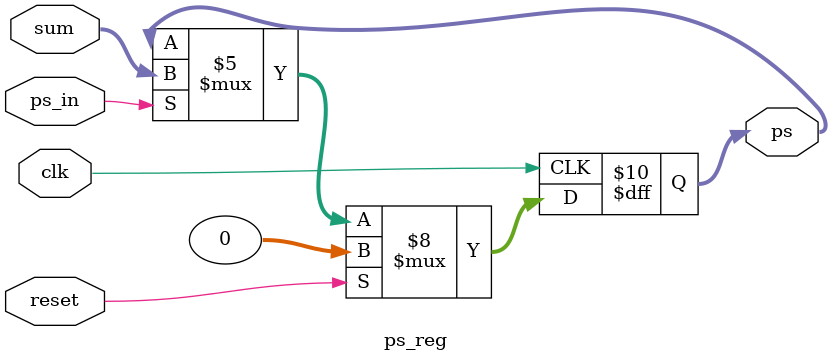
<source format=v>
module ps_reg(clk, reset, ps_in, sum, ps);

  input clk, reset, ps_in;
  input [31 : 0] sum;
  output reg [31 : 0] ps = 0;

  // Your code begins here
always @(posedge clk) 
	begin 
		if(reset == 1) begin 
			ps <= 0; 
		end else if (ps_in == 1) begin
		      ps <= sum; 
		end
	end 
endmodule

</source>
